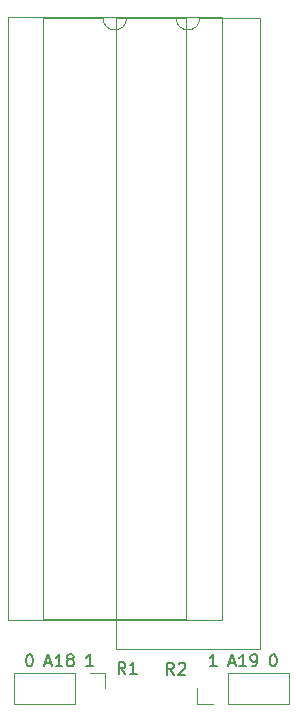
<source format=gbr>
G04 #@! TF.GenerationSoftware,KiCad,Pcbnew,5.0.2-bee76a0~70~ubuntu18.10.1*
G04 #@! TF.CreationDate,2019-03-17T01:28:34+01:00*
G04 #@! TF.ProjectId,27c160 Kickstart,32376331-3630-4204-9b69-636b73746172,rev?*
G04 #@! TF.SameCoordinates,Original*
G04 #@! TF.FileFunction,Legend,Top*
G04 #@! TF.FilePolarity,Positive*
%FSLAX46Y46*%
G04 Gerber Fmt 4.6, Leading zero omitted, Abs format (unit mm)*
G04 Created by KiCad (PCBNEW 5.0.2-bee76a0~70~ubuntu18.10.1) date dom 17 mar 2019 01:28:34 CET*
%MOMM*%
%LPD*%
G01*
G04 APERTURE LIST*
%ADD10C,0.150000*%
%ADD11C,0.120000*%
G04 APERTURE END LIST*
D10*
X33559714Y-70619880D02*
X32988285Y-70619880D01*
X33274000Y-70619880D02*
X33274000Y-69619880D01*
X33178761Y-69762738D01*
X33083523Y-69857976D01*
X32988285Y-69905595D01*
X38306380Y-69619880D02*
X38401619Y-69619880D01*
X38496857Y-69667500D01*
X38544476Y-69715119D01*
X38592095Y-69810357D01*
X38639714Y-70000833D01*
X38639714Y-70238928D01*
X38592095Y-70429404D01*
X38544476Y-70524642D01*
X38496857Y-70572261D01*
X38401619Y-70619880D01*
X38306380Y-70619880D01*
X38211142Y-70572261D01*
X38163523Y-70524642D01*
X38115904Y-70429404D01*
X38068285Y-70238928D01*
X38068285Y-70000833D01*
X38115904Y-69810357D01*
X38163523Y-69715119D01*
X38211142Y-69667500D01*
X38306380Y-69619880D01*
X23094914Y-70607180D02*
X22523485Y-70607180D01*
X22809200Y-70607180D02*
X22809200Y-69607180D01*
X22713961Y-69750038D01*
X22618723Y-69845276D01*
X22523485Y-69892895D01*
X17681580Y-69607180D02*
X17776819Y-69607180D01*
X17872057Y-69654800D01*
X17919676Y-69702419D01*
X17967295Y-69797657D01*
X18014914Y-69988133D01*
X18014914Y-70226228D01*
X17967295Y-70416704D01*
X17919676Y-70511942D01*
X17872057Y-70559561D01*
X17776819Y-70607180D01*
X17681580Y-70607180D01*
X17586342Y-70559561D01*
X17538723Y-70511942D01*
X17491104Y-70416704D01*
X17443485Y-70226228D01*
X17443485Y-69988133D01*
X17491104Y-69797657D01*
X17538723Y-69702419D01*
X17586342Y-69654800D01*
X17681580Y-69607180D01*
X34623523Y-70321466D02*
X35099714Y-70321466D01*
X34528285Y-70607180D02*
X34861619Y-69607180D01*
X35194952Y-70607180D01*
X36052095Y-70607180D02*
X35480666Y-70607180D01*
X35766380Y-70607180D02*
X35766380Y-69607180D01*
X35671142Y-69750038D01*
X35575904Y-69845276D01*
X35480666Y-69892895D01*
X36528285Y-70607180D02*
X36718761Y-70607180D01*
X36814000Y-70559561D01*
X36861619Y-70511942D01*
X36956857Y-70369085D01*
X37004476Y-70178609D01*
X37004476Y-69797657D01*
X36956857Y-69702419D01*
X36909238Y-69654800D01*
X36814000Y-69607180D01*
X36623523Y-69607180D01*
X36528285Y-69654800D01*
X36480666Y-69702419D01*
X36433047Y-69797657D01*
X36433047Y-70035752D01*
X36480666Y-70130990D01*
X36528285Y-70178609D01*
X36623523Y-70226228D01*
X36814000Y-70226228D01*
X36909238Y-70178609D01*
X36956857Y-70130990D01*
X37004476Y-70035752D01*
X19078723Y-70321466D02*
X19554914Y-70321466D01*
X18983485Y-70607180D02*
X19316819Y-69607180D01*
X19650152Y-70607180D01*
X20507295Y-70607180D02*
X19935866Y-70607180D01*
X20221580Y-70607180D02*
X20221580Y-69607180D01*
X20126342Y-69750038D01*
X20031104Y-69845276D01*
X19935866Y-69892895D01*
X21078723Y-70035752D02*
X20983485Y-69988133D01*
X20935866Y-69940514D01*
X20888247Y-69845276D01*
X20888247Y-69797657D01*
X20935866Y-69702419D01*
X20983485Y-69654800D01*
X21078723Y-69607180D01*
X21269200Y-69607180D01*
X21364438Y-69654800D01*
X21412057Y-69702419D01*
X21459676Y-69797657D01*
X21459676Y-69845276D01*
X21412057Y-69940514D01*
X21364438Y-69988133D01*
X21269200Y-70035752D01*
X21078723Y-70035752D01*
X20983485Y-70083371D01*
X20935866Y-70130990D01*
X20888247Y-70226228D01*
X20888247Y-70416704D01*
X20935866Y-70511942D01*
X20983485Y-70559561D01*
X21078723Y-70607180D01*
X21269200Y-70607180D01*
X21364438Y-70559561D01*
X21412057Y-70511942D01*
X21459676Y-70416704D01*
X21459676Y-70226228D01*
X21412057Y-70130990D01*
X21364438Y-70083371D01*
X21269200Y-70035752D01*
D11*
G04 #@! TO.C,U1*
X25942800Y-15738800D02*
G75*
G02X23942800Y-15738800I-1000000J0D01*
G01*
X23942800Y-15738800D02*
X18882800Y-15738800D01*
X18882800Y-15738800D02*
X18882800Y-66658800D01*
X18882800Y-66658800D02*
X31002800Y-66658800D01*
X31002800Y-66658800D02*
X31002800Y-15738800D01*
X31002800Y-15738800D02*
X25942800Y-15738800D01*
X15882800Y-15678800D02*
X15882800Y-66718800D01*
X15882800Y-66718800D02*
X34002800Y-66718800D01*
X34002800Y-66718800D02*
X34002800Y-15678800D01*
X34002800Y-15678800D02*
X15882800Y-15678800D01*
G04 #@! TO.C,U2*
X32140400Y-15738800D02*
G75*
G02X30140400Y-15738800I-1000000J0D01*
G01*
X30140400Y-15738800D02*
X25080400Y-15738800D01*
X25080400Y-15738800D02*
X25080400Y-69198800D01*
X25080400Y-69198800D02*
X37200400Y-69198800D01*
X37200400Y-69198800D02*
X37200400Y-15738800D01*
X37200400Y-15738800D02*
X32140400Y-15738800D01*
G04 #@! TO.C,SW2*
X31944000Y-73821600D02*
X31944000Y-72491600D01*
X33274000Y-73821600D02*
X31944000Y-73821600D01*
X34544000Y-73821600D02*
X34544000Y-71161600D01*
X34544000Y-71161600D02*
X39684000Y-71161600D01*
X34544000Y-73821600D02*
X39684000Y-73821600D01*
X39684000Y-73821600D02*
X39684000Y-71161600D01*
G04 #@! TO.C,SW1*
X16399200Y-71161600D02*
X16399200Y-73821600D01*
X21539200Y-71161600D02*
X16399200Y-71161600D01*
X21539200Y-73821600D02*
X16399200Y-73821600D01*
X21539200Y-71161600D02*
X21539200Y-73821600D01*
X22809200Y-71161600D02*
X24139200Y-71161600D01*
X24139200Y-71161600D02*
X24139200Y-72491600D01*
G04 #@! TO.C,R2*
D10*
X29957733Y-71318380D02*
X29624400Y-70842190D01*
X29386304Y-71318380D02*
X29386304Y-70318380D01*
X29767257Y-70318380D01*
X29862495Y-70366000D01*
X29910114Y-70413619D01*
X29957733Y-70508857D01*
X29957733Y-70651714D01*
X29910114Y-70746952D01*
X29862495Y-70794571D01*
X29767257Y-70842190D01*
X29386304Y-70842190D01*
X30338685Y-70413619D02*
X30386304Y-70366000D01*
X30481542Y-70318380D01*
X30719638Y-70318380D01*
X30814876Y-70366000D01*
X30862495Y-70413619D01*
X30910114Y-70508857D01*
X30910114Y-70604095D01*
X30862495Y-70746952D01*
X30291066Y-71318380D01*
X30910114Y-71318380D01*
G04 #@! TO.C,R1*
X25842933Y-71267580D02*
X25509600Y-70791390D01*
X25271504Y-71267580D02*
X25271504Y-70267580D01*
X25652457Y-70267580D01*
X25747695Y-70315200D01*
X25795314Y-70362819D01*
X25842933Y-70458057D01*
X25842933Y-70600914D01*
X25795314Y-70696152D01*
X25747695Y-70743771D01*
X25652457Y-70791390D01*
X25271504Y-70791390D01*
X26795314Y-71267580D02*
X26223885Y-71267580D01*
X26509600Y-71267580D02*
X26509600Y-70267580D01*
X26414361Y-70410438D01*
X26319123Y-70505676D01*
X26223885Y-70553295D01*
G04 #@! TD*
M02*

</source>
